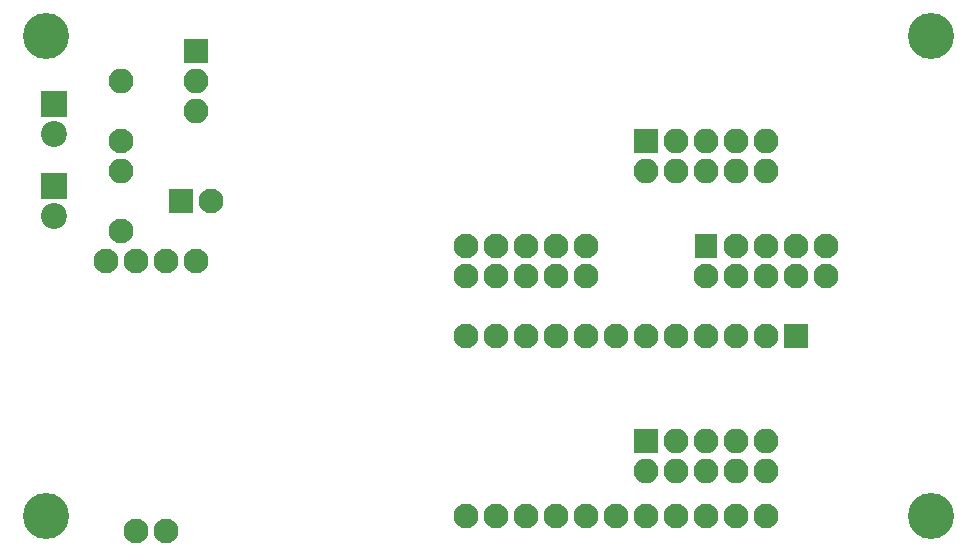
<source format=gbs>
G04 #@! TF.FileFunction,Soldermask,Bot*
%FSLAX46Y46*%
G04 Gerber Fmt 4.6, Leading zero omitted, Abs format (unit mm)*
G04 Created by KiCad (PCBNEW 4.0.7) date 09/09/17 09:10:53*
%MOMM*%
%LPD*%
G01*
G04 APERTURE LIST*
%ADD10C,0.100000*%
%ADD11R,2.100000X2.100000*%
%ADD12C,2.100000*%
%ADD13O,2.100000X2.100000*%
%ADD14R,2.200000X2.200000*%
%ADD15C,2.200000*%
%ADD16C,3.900000*%
%ADD17R,1.924000X2.100000*%
G04 APERTURE END LIST*
D10*
D11*
X132080000Y-90170000D03*
D12*
X134580000Y-90170000D03*
D11*
X171450000Y-110490000D03*
D13*
X171450000Y-113030000D03*
X173990000Y-110490000D03*
X173990000Y-113030000D03*
X176530000Y-110490000D03*
X176530000Y-113030000D03*
X179070000Y-110490000D03*
X179070000Y-113030000D03*
X181610000Y-110490000D03*
X181610000Y-113030000D03*
D11*
X171450000Y-85090000D03*
D13*
X171450000Y-87630000D03*
X173990000Y-85090000D03*
X173990000Y-87630000D03*
X176530000Y-85090000D03*
X176530000Y-87630000D03*
X179070000Y-85090000D03*
X179070000Y-87630000D03*
X181610000Y-85090000D03*
X181610000Y-87630000D03*
D11*
X133350000Y-77470000D03*
D13*
X133350000Y-80010000D03*
X133350000Y-82550000D03*
D14*
X121285000Y-81915000D03*
D15*
X121285000Y-84455000D03*
D14*
X121285000Y-88900000D03*
D15*
X121285000Y-91440000D03*
D12*
X127000000Y-85090000D03*
D13*
X127000000Y-80010000D03*
D12*
X127000000Y-92710000D03*
D13*
X127000000Y-87630000D03*
D16*
X120650000Y-76200000D03*
X195580000Y-76200000D03*
X195580000Y-116840000D03*
X120650000Y-116840000D03*
D12*
X133350000Y-95250000D03*
X130810000Y-95250000D03*
X128270000Y-95250000D03*
X125730000Y-95250000D03*
X130810000Y-118110000D03*
X128270000Y-118110000D03*
D17*
X176530000Y-93980000D03*
D12*
X176530000Y-96520000D03*
X179070000Y-93980000D03*
X179070000Y-96520000D03*
X181610000Y-93980000D03*
X181610000Y-96520000D03*
X184150000Y-93980000D03*
X184150000Y-96520000D03*
X186690000Y-93980000D03*
X186690000Y-96520000D03*
X156210000Y-93980000D03*
X156210000Y-96520000D03*
X158750000Y-93980000D03*
X158750000Y-96520000D03*
X161290000Y-93980000D03*
X161290000Y-96520000D03*
X163830000Y-93980000D03*
X163830000Y-96520000D03*
X166370000Y-93980000D03*
X166370000Y-96520000D03*
D11*
X184150000Y-101600000D03*
D12*
X181610000Y-101600000D03*
X179070000Y-101600000D03*
X176530000Y-101600000D03*
X173990000Y-101600000D03*
X171450000Y-101600000D03*
X168910000Y-101600000D03*
X166370000Y-101600000D03*
X163830000Y-101600000D03*
X161290000Y-101600000D03*
X158750000Y-101600000D03*
X156210000Y-101600000D03*
X156210000Y-116840000D03*
X158750000Y-116840000D03*
X161290000Y-116840000D03*
X163830000Y-116840000D03*
X166370000Y-116840000D03*
X168910000Y-116840000D03*
X171450000Y-116840000D03*
X173990000Y-116840000D03*
X176530000Y-116840000D03*
X179070000Y-116840000D03*
X181610000Y-116840000D03*
M02*

</source>
